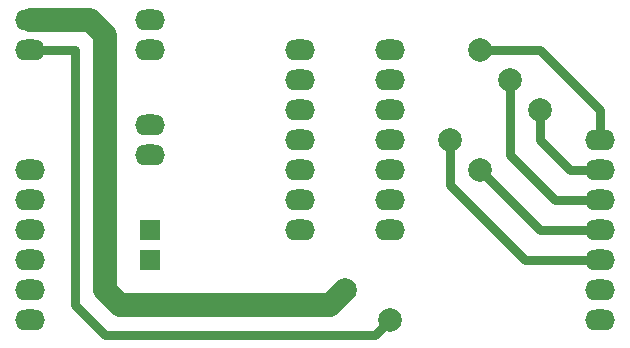
<source format=gbr>
G04 EasyPC Gerber Version 21.0.3 Build 4286 *
G04 #@! TF.Part,Single*
G04 #@! TF.FileFunction,Copper,L2,Bot *
G04 #@! TF.FilePolarity,Positive *
%FSLAX35Y35*%
%MOIN*%
G04 #@! TA.AperFunction,ComponentPad*
%ADD80R,0.07000X0.07000*%
G04 #@! TD.AperFunction*
%ADD70C,0.03100*%
%ADD19C,0.07874*%
G04 #@! TA.AperFunction,ViaPad*
%ADD81C,0.07900*%
G04 #@! TA.AperFunction,ComponentPad*
%ADD79O,0.10000X0.07000*%
X0Y0D02*
D02*
D19*
X20120Y314800D02*
X40120D01*
X45120Y309800*
Y224800*
X50120Y219800*
X120120*
X125120Y224800*
D02*
D70*
X20120Y304800D02*
X35120D01*
Y219800*
X45120Y209800*
X135120*
X140120Y214800*
X160120Y274800D02*
Y259800D01*
X185120Y234800*
X210120*
X170120Y264800D02*
X190120Y244800D01*
X210120*
X190120Y284800D02*
Y274800D01*
X200120Y264800*
X210120*
Y254800D02*
X195120D01*
X180120Y269800*
Y294800*
X210120Y274800D02*
Y284800D01*
X190120Y304800*
X170120*
D02*
D79*
X20120Y214800D03*
Y224800D03*
Y234800D03*
Y244800D03*
Y254800D03*
Y264800D03*
Y304800D03*
Y314800D03*
X60120Y269800D03*
Y279800D03*
Y304800D03*
Y314800D03*
X110120Y244800D03*
Y254800D03*
Y264800D03*
Y274800D03*
Y284800D03*
Y294800D03*
Y304800D03*
X140120Y244800D03*
Y254800D03*
Y264800D03*
Y274800D03*
Y284800D03*
Y294800D03*
Y304800D03*
X210120Y214800D03*
Y224800D03*
Y234800D03*
Y244800D03*
Y254800D03*
Y264800D03*
Y274800D03*
D02*
D80*
X60120Y234800D03*
Y244800D03*
D02*
D81*
X125120Y224800D03*
X140120Y214800D03*
X160120Y274800D03*
X170120Y264800D03*
Y304800D03*
X180120Y294800D03*
X190120Y284800D03*
X0Y0D02*
M02*

</source>
